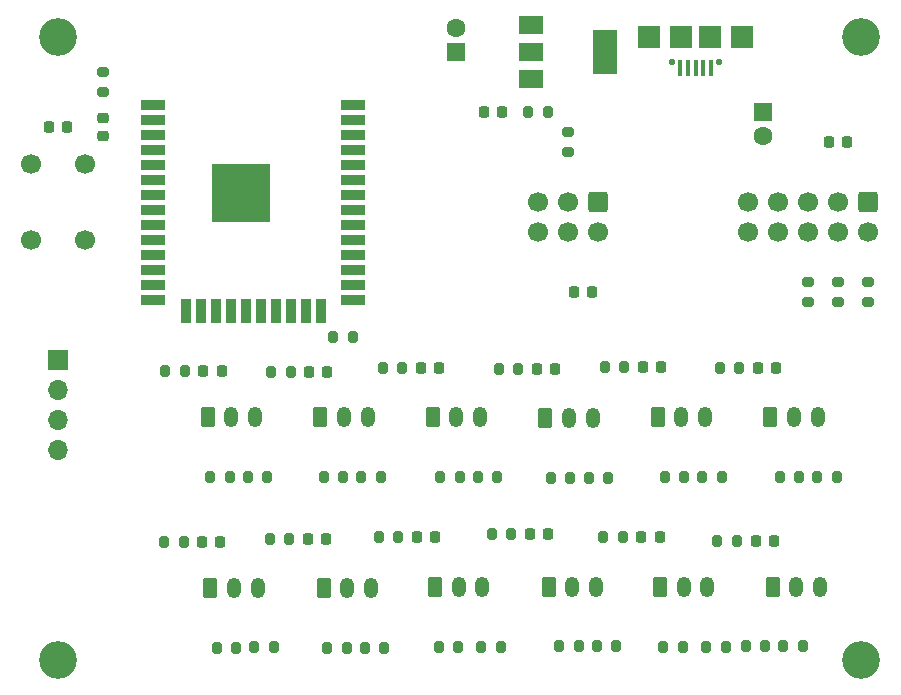
<source format=gts>
%TF.GenerationSoftware,KiCad,Pcbnew,(6.0.0)*%
%TF.CreationDate,2022-03-13T20:46:10-04:00*%
%TF.ProjectId,simple_button_breakout,73696d70-6c65-45f6-9275-74746f6e5f62,rev?*%
%TF.SameCoordinates,Original*%
%TF.FileFunction,Soldermask,Top*%
%TF.FilePolarity,Negative*%
%FSLAX46Y46*%
G04 Gerber Fmt 4.6, Leading zero omitted, Abs format (unit mm)*
G04 Created by KiCad (PCBNEW (6.0.0)) date 2022-03-13 20:46:10*
%MOMM*%
%LPD*%
G01*
G04 APERTURE LIST*
G04 Aperture macros list*
%AMRoundRect*
0 Rectangle with rounded corners*
0 $1 Rounding radius*
0 $2 $3 $4 $5 $6 $7 $8 $9 X,Y pos of 4 corners*
0 Add a 4 corners polygon primitive as box body*
4,1,4,$2,$3,$4,$5,$6,$7,$8,$9,$2,$3,0*
0 Add four circle primitives for the rounded corners*
1,1,$1+$1,$2,$3*
1,1,$1+$1,$4,$5*
1,1,$1+$1,$6,$7*
1,1,$1+$1,$8,$9*
0 Add four rect primitives between the rounded corners*
20,1,$1+$1,$2,$3,$4,$5,0*
20,1,$1+$1,$4,$5,$6,$7,0*
20,1,$1+$1,$6,$7,$8,$9,0*
20,1,$1+$1,$8,$9,$2,$3,0*%
G04 Aperture macros list end*
%ADD10C,3.200000*%
%ADD11R,1.600000X1.600000*%
%ADD12C,1.600000*%
%ADD13RoundRect,0.225000X0.225000X0.250000X-0.225000X0.250000X-0.225000X-0.250000X0.225000X-0.250000X0*%
%ADD14RoundRect,0.200000X-0.200000X-0.275000X0.200000X-0.275000X0.200000X0.275000X-0.200000X0.275000X0*%
%ADD15RoundRect,0.225000X-0.225000X-0.250000X0.225000X-0.250000X0.225000X0.250000X-0.225000X0.250000X0*%
%ADD16RoundRect,0.250000X-0.350000X-0.625000X0.350000X-0.625000X0.350000X0.625000X-0.350000X0.625000X0*%
%ADD17O,1.200000X1.750000*%
%ADD18C,1.700000*%
%ADD19R,1.700000X1.700000*%
%ADD20O,1.700000X1.700000*%
%ADD21RoundRect,0.200000X-0.275000X0.200000X-0.275000X-0.200000X0.275000X-0.200000X0.275000X0.200000X0*%
%ADD22RoundRect,0.218750X-0.218750X-0.256250X0.218750X-0.256250X0.218750X0.256250X-0.218750X0.256250X0*%
%ADD23R,2.000000X1.500000*%
%ADD24R,2.000000X3.800000*%
%ADD25R,2.000000X0.900000*%
%ADD26R,0.900000X2.000000*%
%ADD27R,5.000000X5.000000*%
%ADD28RoundRect,0.250000X-0.600000X0.600000X-0.600000X-0.600000X0.600000X-0.600000X0.600000X0.600000X0*%
%ADD29RoundRect,0.200000X0.200000X0.275000X-0.200000X0.275000X-0.200000X-0.275000X0.200000X-0.275000X0*%
%ADD30C,0.550000*%
%ADD31R,0.400000X1.350000*%
%ADD32R,1.900000X1.900000*%
%ADD33RoundRect,0.225000X-0.250000X0.225000X-0.250000X-0.225000X0.250000X-0.225000X0.250000X0.225000X0*%
G04 APERTURE END LIST*
D10*
%TO.C,REF\u002A\u002A*%
X2540000Y0D03*
%TD*%
D11*
%TO.C,C4*%
X62230000Y-6350000D03*
D12*
X62230000Y-8350000D03*
%TD*%
D13*
%TO.C,C6*%
X47765000Y-21590000D03*
X46215000Y-21590000D03*
%TD*%
D14*
%TO.C,R27*%
X19134000Y-51632000D03*
X20784000Y-51632000D03*
%TD*%
D15*
%TO.C,C17*%
X51930000Y-42356000D03*
X53480000Y-42356000D03*
%TD*%
D14*
%TO.C,R40*%
X48705000Y-42356000D03*
X50355000Y-42356000D03*
%TD*%
%TO.C,R24*%
X66825000Y-37253000D03*
X68475000Y-37253000D03*
%TD*%
D16*
%TO.C,J6*%
X34264000Y-32173000D03*
D17*
X36264000Y-32173000D03*
X38264000Y-32173000D03*
%TD*%
D14*
%TO.C,R12*%
X28195000Y-37222000D03*
X29845000Y-37222000D03*
%TD*%
%TO.C,R33*%
X38370000Y-51632000D03*
X40020000Y-51632000D03*
%TD*%
D15*
%TO.C,C10*%
X43055000Y-28137000D03*
X44605000Y-28137000D03*
%TD*%
D14*
%TO.C,R31*%
X20460000Y-42516000D03*
X22110000Y-42516000D03*
%TD*%
%TO.C,R22*%
X48825000Y-27977000D03*
X50475000Y-27977000D03*
%TD*%
D18*
%TO.C,SW1*%
X290000Y-17220000D03*
X290000Y-10720000D03*
X4790000Y-17220000D03*
X4790000Y-10720000D03*
%TD*%
D19*
%TO.C,J2*%
X2540000Y-27305000D03*
D20*
X2540000Y-29845000D03*
X2540000Y-32385000D03*
X2540000Y-34925000D03*
%TD*%
D14*
%TO.C,R21*%
X57080000Y-37253000D03*
X58730000Y-37253000D03*
%TD*%
%TO.C,R11*%
X25020000Y-37222000D03*
X26670000Y-37222000D03*
%TD*%
%TO.C,R16*%
X30010000Y-28052000D03*
X31660000Y-28052000D03*
%TD*%
D21*
%TO.C,R2*%
X71120000Y-20765000D03*
X71120000Y-22415000D03*
%TD*%
D15*
%TO.C,C14*%
X23685000Y-42516000D03*
X25235000Y-42516000D03*
%TD*%
%TO.C,C2*%
X1765000Y-7620000D03*
X3315000Y-7620000D03*
%TD*%
D14*
%TO.C,R30*%
X28525000Y-51717000D03*
X30175000Y-51717000D03*
%TD*%
%TO.C,R13*%
X20575000Y-28332000D03*
X22225000Y-28332000D03*
%TD*%
D22*
%TO.C,D1*%
X38582500Y-6350000D03*
X40157500Y-6350000D03*
%TD*%
D14*
%TO.C,R26*%
X15959000Y-51733000D03*
X17609000Y-51733000D03*
%TD*%
%TO.C,R17*%
X44275000Y-37338000D03*
X45925000Y-37338000D03*
%TD*%
D16*
%TO.C,J13*%
X44089000Y-46552000D03*
D17*
X46089000Y-46552000D03*
X48089000Y-46552000D03*
%TD*%
D14*
%TO.C,R32*%
X34750000Y-51632000D03*
X36400000Y-51632000D03*
%TD*%
D16*
%TO.C,J4*%
X15214000Y-32173000D03*
D17*
X17214000Y-32173000D03*
X19214000Y-32173000D03*
%TD*%
D15*
%TO.C,C12*%
X61795000Y-28052000D03*
X63345000Y-28052000D03*
%TD*%
D14*
%TO.C,R20*%
X53905000Y-37253000D03*
X55555000Y-37253000D03*
%TD*%
D16*
%TO.C,J8*%
X53314000Y-32173000D03*
D17*
X55314000Y-32173000D03*
X57314000Y-32173000D03*
%TD*%
D14*
%TO.C,R42*%
X63945000Y-51601000D03*
X65595000Y-51601000D03*
%TD*%
D16*
%TO.C,J10*%
X15443000Y-46653000D03*
D17*
X17443000Y-46653000D03*
X19443000Y-46653000D03*
%TD*%
D14*
%TO.C,R38*%
X53785000Y-51632000D03*
X55435000Y-51632000D03*
%TD*%
D15*
%TO.C,C7*%
X14835000Y-28278000D03*
X16385000Y-28278000D03*
%TD*%
D11*
%TO.C,C5*%
X36195000Y-1270000D03*
D12*
X36195000Y730000D03*
%TD*%
D23*
%TO.C,U2*%
X42570000Y1030000D03*
D24*
X48870000Y-1270000D03*
D23*
X42570000Y-1270000D03*
X42570000Y-3570000D03*
%TD*%
D14*
%TO.C,R3*%
X25845000Y-25400000D03*
X27495000Y-25400000D03*
%TD*%
%TO.C,R19*%
X39830000Y-28137000D03*
X41480000Y-28137000D03*
%TD*%
%TO.C,R39*%
X57405000Y-51632000D03*
X59055000Y-51632000D03*
%TD*%
%TO.C,R14*%
X34900000Y-37253000D03*
X36550000Y-37253000D03*
%TD*%
D15*
%TO.C,C16*%
X42500000Y-42076000D03*
X44050000Y-42076000D03*
%TD*%
D16*
%TO.C,J15*%
X63044000Y-46552000D03*
D17*
X65044000Y-46552000D03*
X67044000Y-46552000D03*
%TD*%
D14*
%TO.C,R34*%
X29670000Y-42356000D03*
X31320000Y-42356000D03*
%TD*%
D15*
%TO.C,C13*%
X14739000Y-42742000D03*
X16289000Y-42742000D03*
%TD*%
D14*
%TO.C,R25*%
X58570000Y-28052000D03*
X60220000Y-28052000D03*
%TD*%
%TO.C,R41*%
X60770000Y-51601000D03*
X62420000Y-51601000D03*
%TD*%
D21*
%TO.C,R6*%
X66040000Y-20765000D03*
X66040000Y-22415000D03*
%TD*%
D14*
%TO.C,R15*%
X38075000Y-37253000D03*
X39725000Y-37253000D03*
%TD*%
D15*
%TO.C,C9*%
X33235000Y-28052000D03*
X34785000Y-28052000D03*
%TD*%
D10*
%TO.C,REF\u002A\u002A*%
X70485000Y0D03*
%TD*%
D14*
%TO.C,R35*%
X44990000Y-51601000D03*
X46640000Y-51601000D03*
%TD*%
D25*
%TO.C,U1*%
X10550000Y-5715000D03*
X10550000Y-6985000D03*
X10550000Y-8255000D03*
X10550000Y-9525000D03*
X10550000Y-10795000D03*
X10550000Y-12065000D03*
X10550000Y-13335000D03*
X10550000Y-14605000D03*
X10550000Y-15875000D03*
X10550000Y-17145000D03*
X10550000Y-18415000D03*
X10550000Y-19685000D03*
X10550000Y-20955000D03*
X10550000Y-22225000D03*
D26*
X13335000Y-23225000D03*
X14605000Y-23225000D03*
X15875000Y-23225000D03*
X17145000Y-23225000D03*
X18415000Y-23225000D03*
X19685000Y-23225000D03*
X20955000Y-23225000D03*
X22225000Y-23225000D03*
X23495000Y-23225000D03*
X24765000Y-23225000D03*
D25*
X27550000Y-22225000D03*
X27550000Y-20955000D03*
X27550000Y-19685000D03*
X27550000Y-18415000D03*
X27550000Y-17145000D03*
X27550000Y-15875000D03*
X27550000Y-14605000D03*
X27550000Y-13335000D03*
X27550000Y-12065000D03*
X27550000Y-10795000D03*
X27550000Y-9525000D03*
X27550000Y-8255000D03*
X27550000Y-6985000D03*
X27550000Y-5715000D03*
D27*
X18050000Y-13215000D03*
%TD*%
D14*
%TO.C,R28*%
X11514000Y-42742000D03*
X13164000Y-42742000D03*
%TD*%
%TO.C,R8*%
X15420000Y-37269000D03*
X17070000Y-37269000D03*
%TD*%
D15*
%TO.C,C8*%
X23800000Y-28332000D03*
X25350000Y-28332000D03*
%TD*%
%TO.C,C18*%
X61640000Y-42711000D03*
X63190000Y-42711000D03*
%TD*%
D14*
%TO.C,R36*%
X48165000Y-51601000D03*
X49815000Y-51601000D03*
%TD*%
D16*
%TO.C,J14*%
X53519000Y-46552000D03*
D17*
X55519000Y-46552000D03*
X57519000Y-46552000D03*
%TD*%
D10*
%TO.C,REF\u002A\u002A*%
X70485000Y-52705000D03*
%TD*%
D16*
%TO.C,J5*%
X24739000Y-32173000D03*
D17*
X26739000Y-32173000D03*
X28739000Y-32173000D03*
%TD*%
D14*
%TO.C,R9*%
X18595000Y-37269000D03*
X20245000Y-37269000D03*
%TD*%
D16*
%TO.C,J11*%
X25039000Y-46637000D03*
D17*
X27039000Y-46637000D03*
X29039000Y-46637000D03*
%TD*%
D14*
%TO.C,R43*%
X58365000Y-42711000D03*
X60015000Y-42711000D03*
%TD*%
D28*
%TO.C,J3*%
X48260000Y-13970000D03*
D18*
X48260000Y-16510000D03*
X45720000Y-13970000D03*
X45720000Y-16510000D03*
X43180000Y-13970000D03*
X43180000Y-16510000D03*
%TD*%
D29*
%TO.C,R4*%
X44005000Y-6350000D03*
X42355000Y-6350000D03*
%TD*%
D21*
%TO.C,R7*%
X45720000Y-8065000D03*
X45720000Y-9715000D03*
%TD*%
D28*
%TO.C,J1*%
X71120000Y-13970000D03*
D18*
X71120000Y-16510000D03*
X68580000Y-13970000D03*
X68580000Y-16510000D03*
X66040000Y-13970000D03*
X66040000Y-16510000D03*
X63500000Y-13970000D03*
X63500000Y-16510000D03*
X60960000Y-13970000D03*
X60960000Y-16510000D03*
%TD*%
D14*
%TO.C,R18*%
X47450000Y-37338000D03*
X49100000Y-37338000D03*
%TD*%
D15*
%TO.C,C15*%
X32895000Y-42356000D03*
X34445000Y-42356000D03*
%TD*%
D10*
%TO.C,REF\u002A\u002A*%
X2540000Y-52705000D03*
%TD*%
D21*
%TO.C,R1*%
X6350000Y-2985000D03*
X6350000Y-4635000D03*
%TD*%
D15*
%TO.C,C11*%
X52050000Y-27977000D03*
X53600000Y-27977000D03*
%TD*%
D16*
%TO.C,J7*%
X43789000Y-32258000D03*
D17*
X45789000Y-32258000D03*
X47789000Y-32258000D03*
%TD*%
D16*
%TO.C,J12*%
X34469000Y-46552000D03*
D17*
X36469000Y-46552000D03*
X38469000Y-46552000D03*
%TD*%
D14*
%TO.C,R37*%
X39275000Y-42076000D03*
X40925000Y-42076000D03*
%TD*%
D16*
%TO.C,J9*%
X62839000Y-32173000D03*
D17*
X64839000Y-32173000D03*
X66839000Y-32173000D03*
%TD*%
D14*
%TO.C,R10*%
X11610000Y-28278000D03*
X13260000Y-28278000D03*
%TD*%
%TO.C,R29*%
X25350000Y-51717000D03*
X27000000Y-51717000D03*
%TD*%
D30*
%TO.C,J16*%
X54515000Y-2115000D03*
X58515000Y-2115000D03*
D31*
X57815000Y-2640000D03*
X55215000Y-2640000D03*
X57165000Y-2640000D03*
X56515000Y-2640000D03*
X55865000Y-2640000D03*
D32*
X60465000Y35000D03*
X57715000Y35000D03*
X55315000Y35000D03*
X52565000Y35000D03*
%TD*%
D33*
%TO.C,C3*%
X6350000Y-6845000D03*
X6350000Y-8395000D03*
%TD*%
D13*
%TO.C,C1*%
X69355000Y-8890000D03*
X67805000Y-8890000D03*
%TD*%
D21*
%TO.C,R5*%
X68580000Y-20765000D03*
X68580000Y-22415000D03*
%TD*%
D14*
%TO.C,R23*%
X63650000Y-37253000D03*
X65300000Y-37253000D03*
%TD*%
M02*

</source>
